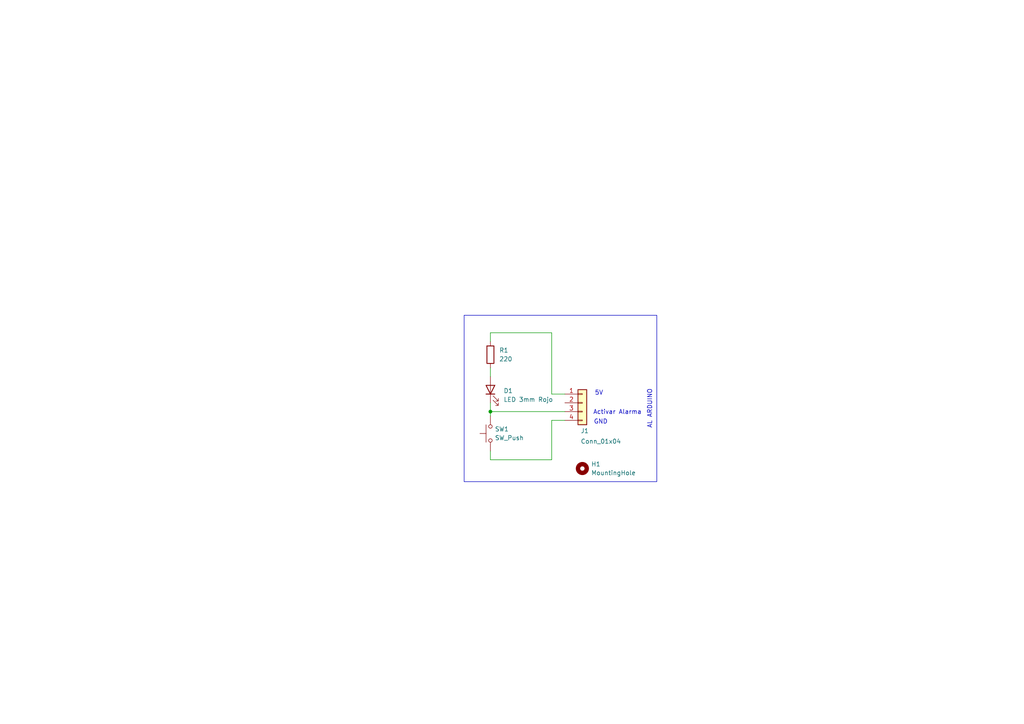
<source format=kicad_sch>
(kicad_sch (version 20250114) (generator "eeschema") (generator_version "9.0")
  (paper "A4")
  (title_block (title "KiCad Tour - Pulsador") (date "2024-10-05") (company "UNLaM - TIT1"))
  (lib_symbols
    (symbol "Connector_Generic:Conn_01x04" (pin_names (offset 1.016) (hide yes))
      (property "Reference" "J" (at 0 5.08 0))
      (property "Value" "Conn_01x04" (at 0 -7.62 0))
      (symbol "Conn_01x04_1_1"
        (rectangle (start -1.27 3.81) (end 1.27 -6.35) (stroke (width 0.254)) (fill (type background)))
        (rectangle (start -1.27 2.667) (end 0 2.413) (stroke (width 0.1524)))
        (rectangle (start -1.27 0.127) (end 0 -0.127) (stroke (width 0.1524)))
        (rectangle (start -1.27 -2.413) (end 0 -2.667) (stroke (width 0.1524)))
        (rectangle (start -1.27 -4.953) (end 0 -5.207) (stroke (width 0.1524)))
        (pin passive line (at -5.08 2.54 0) (length 3.81) (name "Pin_1") (number "1"))
        (pin passive line (at -5.08 0 0) (length 3.81) (name "Pin_2") (number "2"))
        (pin passive line (at -5.08 -2.54 0) (length 3.81) (name "Pin_3") (number "3"))
        (pin passive line (at -5.08 -5.08 0) (length 3.81) (name "Pin_4") (number "4"))
      )
    )
    (symbol "Device:LED" (pin_numbers (hide yes)) (pin_names (offset 1.016) (hide yes))
      (property "Reference" "D" (at 0 2.54 0))
      (property "Value" "LED" (at 0 -2.54 0))
      (symbol "LED_0_1"
        (polyline (pts (xy -3.048 -0.762) (xy -4.572 -2.286) (xy -3.81 -2.286) (xy -4.572 -2.286) (xy -4.572 -1.524)))
        (polyline (pts (xy -1.778 -0.762) (xy -3.302 -2.286) (xy -2.54 -2.286) (xy -3.302 -2.286) (xy -3.302 -1.524)))
        (polyline (pts (xy -1.27 0) (xy 1.27 0)))
        (polyline (pts (xy -1.27 -1.27) (xy -1.27 1.27)) (stroke (width 0.254)))
        (polyline (pts (xy 1.27 -1.27) (xy 1.27 1.27) (xy -1.27 0) (xy 1.27 -1.27)) (stroke (width 0.254)))
      )
      (symbol "LED_1_1"
        (pin passive line (at -3.81 0 0) (length 2.54) (name "K") (number "1"))
        (pin passive line (at 3.81 0 180) (length 2.54) (name "A") (number "2"))
      )
    )
    (symbol "Device:R" (pin_numbers (hide yes)) (pin_names (offset 0))
      (property "Reference" "R" (at 2.032 0 90))
      (property "Value" "R" (at 0 0 90))
      (symbol "R_0_1"
        (rectangle (start -1.016 -2.54) (end 1.016 2.54) (stroke (width 0.254)))
      )
      (symbol "R_1_1"
        (pin passive line (at 0 3.81 270) (length 1.27) (name "~") (number "1"))
        (pin passive line (at 0 -3.81 90) (length 1.27) (name "~") (number "2"))
      )
    )
    (symbol "Mechanical:MountingHole" (pin_names (offset 1.016)) (exclude_from_sim yes) (in_bom no)
      (property "Reference" "H" (at 0 5.08 0))
      (property "Value" "MountingHole" (at 0 3.175 0))
      (symbol "MountingHole_0_1"
        (circle (center 0 0) (radius 1.27) (stroke (width 1.27)))
      )
    )
    (symbol "Switch:SW_Push" (pin_numbers (hide yes)) (pin_names (offset 1.016) (hide yes))
      (property "Reference" "SW" (at 1.27 2.54 0))
      (property "Value" "SW_Push" (at 0 -1.524 0))
      (symbol "SW_Push_0_1"
        (circle (center -2.032 0) (radius 0.508))
        (polyline (pts (xy 0 1.27) (xy 0 3.048)))
        (circle (center 2.032 0) (radius 0.508))
        (polyline (pts (xy 2.54 1.27) (xy -2.54 1.27)))
        (pin passive line (at -5.08 0 0) (length 2.54) (name "1") (number "1"))
        (pin passive line (at 5.08 0 180) (length 2.54) (name "2") (number "2"))
      )
    )
  )
  (rectangle (start 134.62 91.44) (end 190.5 139.7))
  (text "5V" (at 173.736 114.046 0) (effects (font (size 1.27 1.27))))
  (text "Activar Alarma" (at 179.07 119.634 0) (effects (font (size 1.27 1.27))))
  (text "AL ARDUINO" (at 188.468 118.618 90) (effects (font (size 1.27 1.27))))
  (text "GND" (at 174.244 122.428 0) (effects (font (size 1.27 1.27))))
  (junction (at 142.24 119.38))
  (wire (pts (xy 142.24 130.81) (xy 142.24 133.35)))
  (wire (pts (xy 142.24 119.38) (xy 142.24 120.65)))
  (wire (pts (xy 160.02 96.52) (xy 142.24 96.52)))
  (wire (pts (xy 160.02 121.92) (xy 163.83 121.92)))
  (wire (pts (xy 160.02 114.3) (xy 160.02 96.52)))
  (wire (pts (xy 142.24 119.38) (xy 163.83 119.38)))
  (wire (pts (xy 142.24 106.68) (xy 142.24 109.22)))
  (wire (pts (xy 142.24 96.52) (xy 142.24 99.06)))
  (wire (pts (xy 160.02 133.35) (xy 160.02 121.92)))
  (wire (pts (xy 142.24 116.84) (xy 142.24 119.38)))
  (wire (pts (xy 160.02 114.3) (xy 163.83 114.3)))
  (wire (pts (xy 142.24 133.35) (xy 160.02 133.35)))
  (symbol (lib_id "Device:LED") (at 142.24 113.03 90) (unit 1)
    (property "Reference" "D1" (at 146.05 113.3474 90) (effects (justify right)))
    (property "Value" "LED 3mm Rojo" (at 146.05 115.8874 90) (effects (justify right)))
    (property "Footprint" "LED_THT:LED_D3.0mm" (effects (hide yes)))
    (property "Description" "Light emitting diode" (effects (hide yes)))
  )
  (symbol (lib_id "Device:R") (at 142.24 102.87 0) (unit 1)
    (property "Reference" "R1" (at 144.78 101.5999 0) (effects (justify left)))
    (property "Value" "220" (at 144.78 104.1399 0) (effects (justify left)))
    (property "Footprint" "Resistor_THT:R_Axial_DIN0204_L3.6mm_D1.6mm_P7.62mm_Horizontal" (effects (hide yes)))
    (property "Description" "Resistor" (effects (hide yes)))
  )
  (symbol (lib_id "Switch:SW_Push") (at 142.24 125.73 90) (unit 1)
    (property "Reference" "SW1" (at 143.51 124.4599 90) (effects (justify right)))
    (property "Value" "SW_Push" (at 143.51 126.9999 90) (effects (justify right)))
    (property "Footprint" "Button_Switch_THT:SW_PUSH_6mm" (effects (hide yes)))
    (property "Description" "Push button switch, generic, two pins" (effects (hide yes)))
  )
  (symbol (lib_id "Mechanical:MountingHole") (at 168.91 135.89 0) (unit 1) (exclude_from_sim yes) (in_bom no)
    (property "Reference" "H1" (at 171.45 134.6199 0) (effects (justify left)))
    (property "Value" "MountingHole" (at 171.45 137.1599 0) (effects (justify left)))
    (property "Footprint" "MountingHole:MountingHole_2.2mm_M2" (effects (hide yes)))
    (property "Description" "Mounting Hole without connection" (effects (hide yes)))
  )
  (symbol (lib_id "Connector_Generic:Conn_01x04") (at 168.91 116.84 0) (unit 1)
    (property "Reference" "J1" (at 168.402 124.968 0) (effects (justify left)))
    (property "Value" "Conn_01x04" (at 168.402 128.016 0) (effects (justify left)))
    (property "Footprint" "Connector_PinHeader_2.54mm:PinHeader_1x04_P2.54mm_Vertical" (effects (hide yes)))
    (property "Description" "Generic connector, single row, 01x04, script generated (kicad-library-utils/schlib/autogen/connector/)" (effects (hide yes)))
  )
)
</source>
